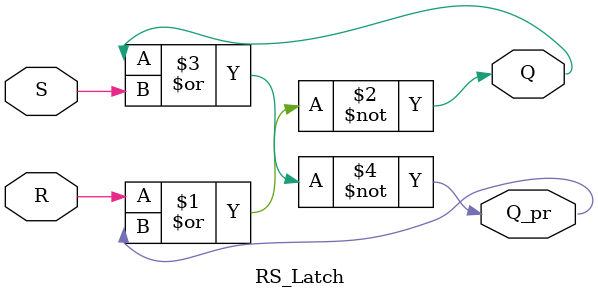
<source format=v>
`timescale 1ns / 1ps
module RS_Latch(
    input R,
    input S,
    output Q,
    output Q_pr
    );
	 
	 nor u1(Q, R, Q_pr);
	 nor u2(Q_pr, Q, S);

endmodule

</source>
